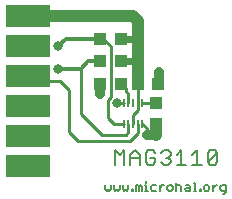
<source format=gtl>
G75*
%MOIN*%
%OFA0B0*%
%FSLAX25Y25*%
%IPPOS*%
%LPD*%
%AMOC8*
5,1,8,0,0,1.08239X$1,22.5*
%
%ADD10C,0.00500*%
%ADD11C,0.00800*%
%ADD12R,0.00866X0.03150*%
%ADD13R,0.15000X0.07600*%
%ADD14R,0.03937X0.04331*%
%ADD15R,0.04134X0.04252*%
%ADD16R,0.04252X0.04134*%
%ADD17C,0.03175*%
%ADD18C,0.00900*%
%ADD19C,0.03200*%
%ADD20C,0.01000*%
%ADD21C,0.04000*%
%ADD22C,0.01200*%
%ADD23C,0.02400*%
D10*
X0046250Y0009000D02*
X0046700Y0008550D01*
X0047151Y0009000D01*
X0047601Y0008550D01*
X0048052Y0009000D01*
X0048052Y0010352D01*
X0049197Y0010352D02*
X0049197Y0009000D01*
X0049647Y0008550D01*
X0050097Y0009000D01*
X0050548Y0008550D01*
X0050998Y0009000D01*
X0050998Y0010352D01*
X0052143Y0010352D02*
X0052143Y0009000D01*
X0052593Y0008550D01*
X0053044Y0009000D01*
X0053494Y0008550D01*
X0053945Y0009000D01*
X0053945Y0010352D01*
X0055090Y0009000D02*
X0055540Y0009000D01*
X0055540Y0008550D01*
X0055090Y0008550D01*
X0055090Y0009000D01*
X0056563Y0008550D02*
X0056563Y0010352D01*
X0057013Y0010352D01*
X0057464Y0009901D01*
X0057914Y0010352D01*
X0058364Y0009901D01*
X0058364Y0008550D01*
X0057464Y0008550D02*
X0057464Y0009901D01*
X0059509Y0010352D02*
X0059960Y0010352D01*
X0059960Y0008550D01*
X0060410Y0008550D02*
X0059509Y0008550D01*
X0061474Y0009000D02*
X0061924Y0008550D01*
X0063275Y0008550D01*
X0064420Y0008550D02*
X0064420Y0010352D01*
X0065321Y0010352D02*
X0065771Y0010352D01*
X0065321Y0010352D02*
X0064420Y0009451D01*
X0063275Y0010352D02*
X0061924Y0010352D01*
X0061474Y0009901D01*
X0061474Y0009000D01*
X0059960Y0011252D02*
X0059960Y0011703D01*
X0066876Y0009901D02*
X0066876Y0009000D01*
X0067326Y0008550D01*
X0068227Y0008550D01*
X0068677Y0009000D01*
X0068677Y0009901D01*
X0068227Y0010352D01*
X0067326Y0010352D01*
X0066876Y0009901D01*
X0069822Y0009901D02*
X0070273Y0010352D01*
X0071173Y0010352D01*
X0071624Y0009901D01*
X0071624Y0008550D01*
X0072769Y0009000D02*
X0073219Y0009451D01*
X0074570Y0009451D01*
X0074570Y0009901D02*
X0074570Y0008550D01*
X0073219Y0008550D01*
X0072769Y0009000D01*
X0073219Y0010352D02*
X0074120Y0010352D01*
X0074570Y0009901D01*
X0075715Y0008550D02*
X0076616Y0008550D01*
X0076166Y0008550D02*
X0076166Y0011252D01*
X0075715Y0011252D01*
X0077680Y0009000D02*
X0078130Y0009000D01*
X0078130Y0008550D01*
X0077680Y0008550D01*
X0077680Y0009000D01*
X0079153Y0009000D02*
X0079603Y0008550D01*
X0080504Y0008550D01*
X0080954Y0009000D01*
X0080954Y0009901D01*
X0080504Y0010352D01*
X0079603Y0010352D01*
X0079153Y0009901D01*
X0079153Y0009000D01*
X0082099Y0008550D02*
X0082099Y0010352D01*
X0083000Y0010352D02*
X0083450Y0010352D01*
X0083000Y0010352D02*
X0082099Y0009451D01*
X0084555Y0009901D02*
X0084555Y0009000D01*
X0085005Y0008550D01*
X0086356Y0008550D01*
X0086356Y0008100D02*
X0086356Y0010352D01*
X0085005Y0010352D01*
X0084555Y0009901D01*
X0086356Y0008100D02*
X0085906Y0007649D01*
X0085455Y0007649D01*
X0069822Y0008550D02*
X0069822Y0011252D01*
X0046250Y0010352D02*
X0046250Y0009000D01*
D11*
X0049400Y0017200D02*
X0049400Y0022004D01*
X0051001Y0020403D01*
X0052603Y0022004D01*
X0052603Y0017200D01*
X0054556Y0017200D02*
X0054556Y0020403D01*
X0056158Y0022004D01*
X0057759Y0020403D01*
X0057759Y0017200D01*
X0059713Y0018001D02*
X0060513Y0017200D01*
X0062115Y0017200D01*
X0062916Y0018001D01*
X0062916Y0019602D01*
X0061314Y0019602D01*
X0059713Y0021203D02*
X0059713Y0018001D01*
X0057759Y0019602D02*
X0054556Y0019602D01*
X0059713Y0021203D02*
X0060513Y0022004D01*
X0062115Y0022004D01*
X0062916Y0021203D01*
X0064869Y0021203D02*
X0065670Y0022004D01*
X0067271Y0022004D01*
X0068072Y0021203D01*
X0068072Y0020403D01*
X0067271Y0019602D01*
X0068072Y0018801D01*
X0068072Y0018001D01*
X0067271Y0017200D01*
X0065670Y0017200D01*
X0064869Y0018001D01*
X0066471Y0019602D02*
X0067271Y0019602D01*
X0070026Y0020403D02*
X0071627Y0022004D01*
X0071627Y0017200D01*
X0070026Y0017200D02*
X0073228Y0017200D01*
X0075182Y0017200D02*
X0078385Y0017200D01*
X0080338Y0018001D02*
X0083541Y0021203D01*
X0083541Y0018001D01*
X0082740Y0017200D01*
X0081139Y0017200D01*
X0080338Y0018001D01*
X0080338Y0021203D01*
X0081139Y0022004D01*
X0082740Y0022004D01*
X0083541Y0021203D01*
X0076783Y0022004D02*
X0076783Y0017200D01*
X0075182Y0020403D02*
X0076783Y0022004D01*
D12*
X0058650Y0030717D03*
X0057075Y0030717D03*
X0055500Y0030717D03*
X0053925Y0030717D03*
X0052350Y0030717D03*
X0052350Y0037883D03*
X0053925Y0037883D03*
X0055500Y0037883D03*
X0057075Y0037883D03*
X0058650Y0037883D03*
D13*
X0020500Y0016800D03*
X0020500Y0026800D03*
X0020500Y0036800D03*
X0020500Y0046800D03*
X0020500Y0056800D03*
X0020500Y0066800D03*
D14*
X0044654Y0059300D03*
X0051346Y0059300D03*
X0051346Y0051800D03*
X0044654Y0051800D03*
D15*
X0044555Y0044300D03*
X0051445Y0044300D03*
X0057055Y0044300D03*
X0063945Y0044300D03*
D16*
X0063000Y0037745D03*
X0063000Y0030855D03*
D17*
X0063000Y0027300D03*
X0060000Y0027300D03*
X0050000Y0037800D03*
X0044500Y0040800D03*
X0030500Y0049300D03*
X0030500Y0056800D03*
X0064000Y0048300D03*
D18*
X0057075Y0044280D02*
X0057055Y0044300D01*
X0057075Y0044280D02*
X0057075Y0037883D01*
X0057075Y0035375D01*
X0055500Y0033800D02*
X0055500Y0030717D01*
X0053925Y0030717D02*
X0053925Y0028225D01*
X0052350Y0030717D02*
X0052268Y0030800D01*
X0049000Y0030800D01*
X0057075Y0030717D02*
X0057075Y0027875D01*
X0058650Y0030717D02*
X0060000Y0029367D01*
X0058787Y0037745D02*
X0063000Y0037745D01*
X0058787Y0037745D02*
X0058650Y0037883D01*
X0053925Y0037883D02*
X0053925Y0040875D01*
X0052350Y0037883D02*
X0050000Y0037883D01*
X0050000Y0037800D01*
D19*
X0044500Y0040800D02*
X0044500Y0044355D01*
X0044555Y0044300D01*
X0063945Y0044300D02*
X0064000Y0044355D01*
X0064000Y0048300D01*
X0063000Y0027300D02*
X0060000Y0027300D01*
D20*
X0060000Y0029367D01*
X0057075Y0027875D02*
X0054500Y0025300D01*
X0054000Y0025300D01*
X0037000Y0025300D01*
X0034000Y0028300D01*
X0034000Y0042300D01*
X0031000Y0045300D01*
X0022000Y0045300D01*
X0020500Y0046800D01*
X0038000Y0049300D02*
X0038000Y0034300D01*
X0045000Y0027300D01*
X0052000Y0027300D01*
X0053000Y0027300D01*
X0053925Y0028225D01*
X0049000Y0030800D02*
X0047000Y0032800D01*
X0047000Y0038800D01*
X0048000Y0039800D01*
X0048000Y0056800D01*
X0045500Y0059300D01*
X0044654Y0059300D01*
X0051445Y0044300D02*
X0053000Y0042745D01*
X0053000Y0041800D01*
X0053925Y0040875D01*
X0057075Y0035375D02*
X0055500Y0033800D01*
D21*
X0063000Y0030855D02*
X0063000Y0027300D01*
X0057055Y0044300D02*
X0057055Y0051800D01*
X0057055Y0059300D01*
X0057055Y0065245D01*
X0055500Y0066800D01*
X0020500Y0066800D01*
D22*
X0030500Y0056800D02*
X0033000Y0059300D01*
X0044654Y0059300D01*
X0044654Y0051800D02*
X0040500Y0051800D01*
X0038000Y0049300D01*
X0030500Y0049300D01*
D23*
X0051346Y0051800D02*
X0057055Y0051800D01*
X0057055Y0059300D02*
X0051346Y0059300D01*
M02*

</source>
